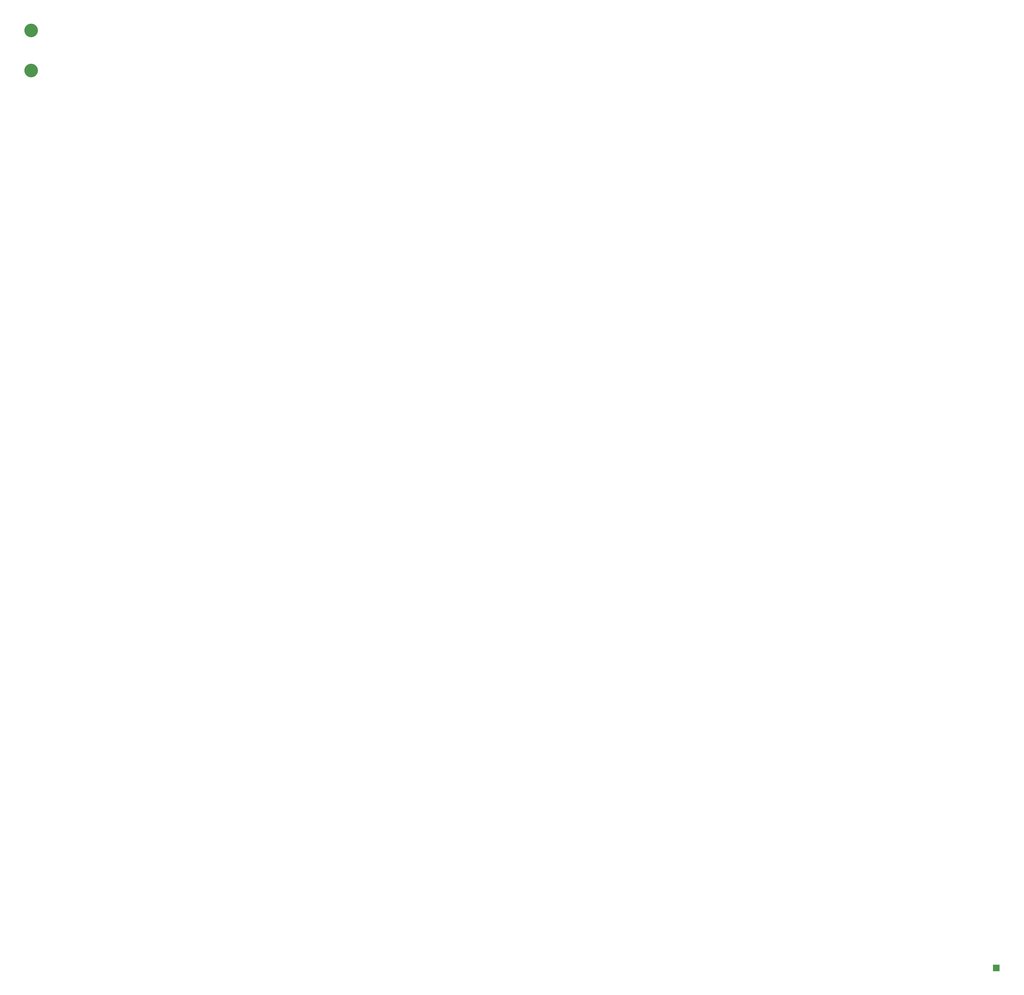
<source format=gbr>
%TF.GenerationSoftware,KiCad,Pcbnew,7.0.1-3b83917a11~172~ubuntu22.04.1*%
%TF.CreationDate,2023-07-04T11:09:48-04:00*%
%TF.ProjectId,coil_template_bott,636f696c-5f74-4656-9d70-6c6174655f62,rev?*%
%TF.SameCoordinates,Original*%
%TF.FileFunction,Soldermask,Top*%
%TF.FilePolarity,Negative*%
%FSLAX46Y46*%
G04 Gerber Fmt 4.6, Leading zero omitted, Abs format (unit mm)*
G04 Created by KiCad (PCBNEW 7.0.1-3b83917a11~172~ubuntu22.04.1) date 2023-07-04 11:09:48*
%MOMM*%
%LPD*%
G01*
G04 APERTURE LIST*
%ADD10C,10.160000*%
%ADD11R,5.000000X5.000000*%
G04 APERTURE END LIST*
D10*
%TO.C,J1*%
X45240000Y-75240000D03*
X45240000Y-45270000D03*
%TD*%
D11*
%TO.C,P1*%
X766909793Y-746500000D03*
%TD*%
M02*

</source>
